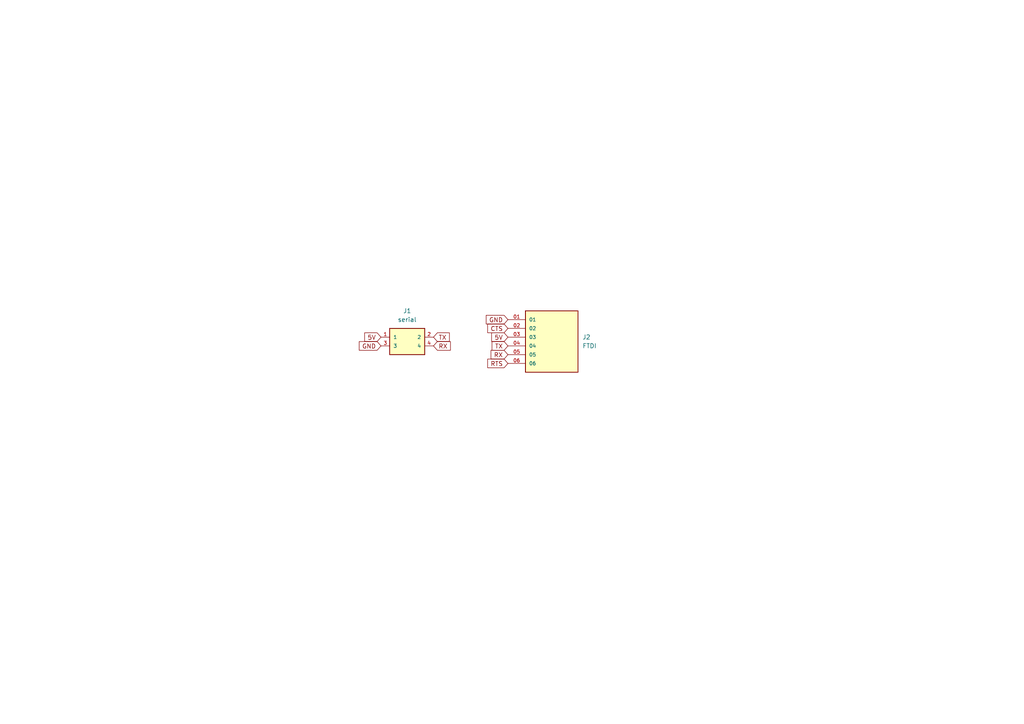
<source format=kicad_sch>
(kicad_sch (version 20250114) (generator "eeschema") (generator_version "9.0")
  (paper "A4")
  (lib_symbols
    (symbol "Neil:2x2x0.5 header" (pin_names (offset 1.016))
      (property "Reference" "J" (at -4.8332 3.1797 0))
      (property "Value" "2x2x0.5 header" (at -5.0866 -7.5027 0))
      (symbol "2x2x0.5 header_0_0"
        (rectangle (start -5.08 -5.08) (end 5.08 2.54) (stroke (width 0.254)) (fill (type background)))
        (pin passive line (at -7.62 0 0) (length 2.54) (name "1") (number "1"))
        (pin passive line (at -7.62 -2.54 0) (length 2.54) (name "3") (number "3"))
        (pin passive line (at 7.62 0 180) (length 2.54) (name "2") (number "2"))
        (pin passive line (at 7.62 -2.54 180) (length 2.54) (name "4") (number "4"))
      )
    )
    (symbol "Neil:right angle header 6 pins" (pin_names (offset 1.016))
      (property "Reference" "J" (at -8.12 10.16 0))
      (property "Value" "TSM-106-01-F-SH" (at -7.62 -10.16 0))
      (symbol "right angle header 6 pins_0_0"
        (rectangle (start -7.62 -7.62) (end 7.62 10.16) (stroke (width 0.254)) (fill (type background)))
        (pin passive line (at -12.7 7.62 0) (length 5.08) (name "01") (number "01"))
        (pin passive line (at -12.7 5.08 0) (length 5.08) (name "02") (number "02"))
        (pin passive line (at -12.7 2.54 0) (length 5.08) (name "03") (number "03"))
        (pin passive line (at -12.7 0 0) (length 5.08) (name "04") (number "04"))
        (pin passive line (at -12.7 -2.54 0) (length 5.08) (name "05") (number "05"))
        (pin passive line (at -12.7 -5.08 0) (length 5.08) (name "06") (number "06"))
      )
    )
  )
  (global_label "GND" (shape input) (at 110.49 100.33 180) (property "Intersheetrefs" "${INTERSHEET_REFS}" (effects (hide yes))))
  (global_label "CTS" (shape input) (at 147.32 95.25 180) (property "Intersheetrefs" "${INTERSHEET_REFS}" (effects (hide yes))))
  (global_label "RX" (shape input) (at 147.32 102.87 180) (property "Intersheetrefs" "${INTERSHEET_REFS}" (effects (hide yes))))
  (global_label "TX" (shape input) (at 125.73 97.79 0) (property "Intersheetrefs" "${INTERSHEET_REFS}" (effects (hide yes))))
  (global_label "RX" (shape input) (at 125.73 100.33 0) (property "Intersheetrefs" "${INTERSHEET_REFS}" (effects (hide yes))))
  (global_label "5V" (shape input) (at 147.32 97.79 180) (property "Intersheetrefs" "${INTERSHEET_REFS}" (effects (hide yes))))
  (global_label "GND" (shape input) (at 147.32 92.71 180) (property "Intersheetrefs" "${INTERSHEET_REFS}" (effects (hide yes))))
  (global_label "TX" (shape input) (at 147.32 100.33 180) (property "Intersheetrefs" "${INTERSHEET_REFS}" (effects (hide yes))))
  (global_label "5V" (shape input) (at 110.49 97.79 180) (property "Intersheetrefs" "${INTERSHEET_REFS}" (effects (hide yes))))
  (global_label "RTS" (shape input) (at 147.32 105.41 180) (property "Intersheetrefs" "${INTERSHEET_REFS}" (effects (hide yes))))
  (symbol (lib_id "Neil:2x2x0.5 header") (at 118.11 97.79 0) (unit 1)
    (property "Reference" "J1" (at 118.11 90.17 0))
    (property "Value" "serial" (at 118.11 92.71 0))
    (property "Footprint" "Neil:2x2x0.5 header" (effects (hide yes)))
    (property "MF" "Sullins Connector" (effects (hide yes)))
    (property "Description_1" "Connector Header Surface Mount 4 position 0.050 (1.27mm)" (effects (hide yes)))
    (property "Package" "None" (effects (hide yes)))
    (property "Price" "None" (effects (hide yes)))
    (property "MP" "GRPB022VWQS-RC" (effects (hide yes)))
    (property "MANUFACTURER" "Sullins Connector Solutions" (effects (hide yes)))
  )
  (symbol (lib_id "Neil:right angle header 6 pins") (at 160.02 100.33 0) (unit 1)
    (property "Reference" "J2" (at 168.91 97.7899 0) (effects (justify left)))
    (property "Value" "FTDI" (at 168.91 100.3299 0) (effects (justify left)))
    (property "Footprint" "Neil:right angle header 6 pins" (effects (hide yes)))
    (property "MF" "Samtec" (effects (hide yes)))
    (property "Description_1" "TSM - Samtec 2.54mm Single Row Horizontal Surface Mount Header  5.84mm Post Height (01) - Fast Stock" (effects (hide yes)))
    (property "Package" "None" (effects (hide yes)))
    (property "Price" "None" (effects (hide yes)))
    (property "Check_prices" "https://www.snapeda.com/parts/TSM-106-01-F-SH/Samtec+Inc./view-part/?ref=eda" (effects (hide yes)))
    (property "STANDARD" "Manufacturer Recommendations" (effects (hide yes)))
    (property "PARTREV" "R" (effects (hide yes)))
    (property "SnapEDA_Link" "https://www.snapeda.com/parts/TSM-106-01-F-SH/Samtec+Inc./view-part/?ref=snap" (effects (hide yes)))
    (property "MP" "TSM-106-01-F-SH" (effects (hide yes)))
    (property "Availability" "In Stock" (effects (hide yes)))
    (property "MANUFACTURER" "Samtec" (effects (hide yes)))
  )
)
</source>
